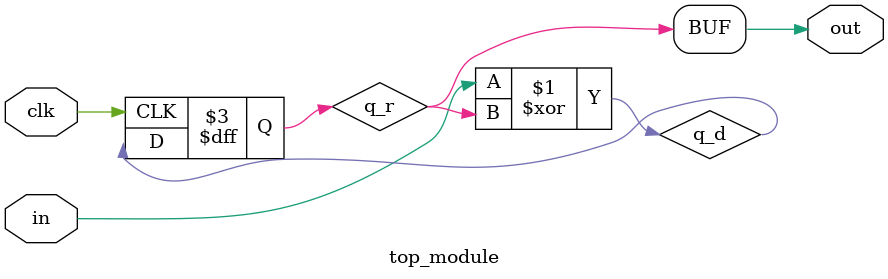
<source format=v>
module top_module (
    input clk,
    input in, 
    output out);

    reg q_r;
    wire q_d;
    assign out = q_r;
    assign q_d = in ^ q_r;
    
    always @(posedge clk) q_r <= q_d;

endmodule

</source>
